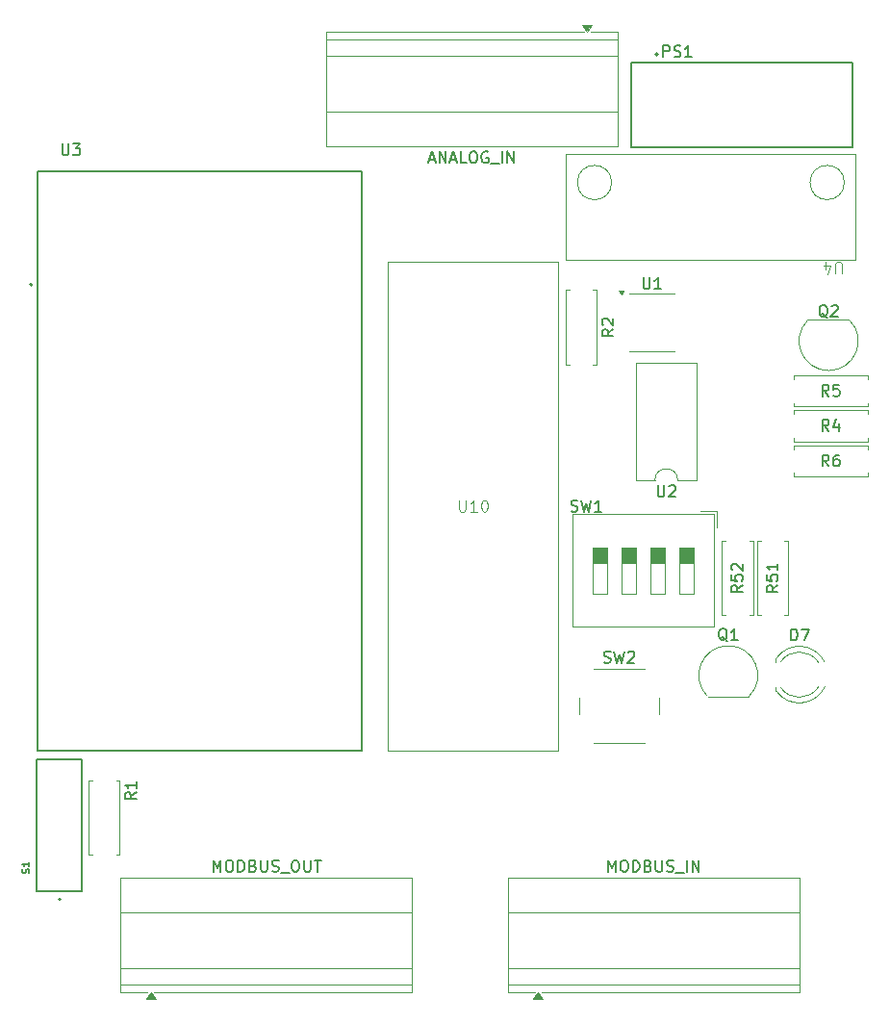
<source format=gbr>
%TF.GenerationSoftware,KiCad,Pcbnew,9.0.3*%
%TF.CreationDate,2026-01-26T07:39:55-05:00*%
%TF.ProjectId,SLAVE_V-C_INSOLATED,534c4156-455f-4562-9d43-5f494e534f4c,rev?*%
%TF.SameCoordinates,Original*%
%TF.FileFunction,Legend,Top*%
%TF.FilePolarity,Positive*%
%FSLAX46Y46*%
G04 Gerber Fmt 4.6, Leading zero omitted, Abs format (unit mm)*
G04 Created by KiCad (PCBNEW 9.0.3) date 2026-01-26 07:39:55*
%MOMM*%
%LPD*%
G01*
G04 APERTURE LIST*
%ADD10C,0.100000*%
%ADD11C,0.150000*%
%ADD12C,0.120000*%
%ADD13C,0.127000*%
%ADD14C,0.200000*%
G04 APERTURE END LIST*
D10*
X136816905Y-91457419D02*
X136816905Y-92266942D01*
X136816905Y-92266942D02*
X136864524Y-92362180D01*
X136864524Y-92362180D02*
X136912143Y-92409800D01*
X136912143Y-92409800D02*
X137007381Y-92457419D01*
X137007381Y-92457419D02*
X137197857Y-92457419D01*
X137197857Y-92457419D02*
X137293095Y-92409800D01*
X137293095Y-92409800D02*
X137340714Y-92362180D01*
X137340714Y-92362180D02*
X137388333Y-92266942D01*
X137388333Y-92266942D02*
X137388333Y-91457419D01*
X138388333Y-92457419D02*
X137816905Y-92457419D01*
X138102619Y-92457419D02*
X138102619Y-91457419D01*
X138102619Y-91457419D02*
X138007381Y-91600276D01*
X138007381Y-91600276D02*
X137912143Y-91695514D01*
X137912143Y-91695514D02*
X137816905Y-91743133D01*
X139007381Y-91457419D02*
X139102619Y-91457419D01*
X139102619Y-91457419D02*
X139197857Y-91505038D01*
X139197857Y-91505038D02*
X139245476Y-91552657D01*
X139245476Y-91552657D02*
X139293095Y-91647895D01*
X139293095Y-91647895D02*
X139340714Y-91838371D01*
X139340714Y-91838371D02*
X139340714Y-92076466D01*
X139340714Y-92076466D02*
X139293095Y-92266942D01*
X139293095Y-92266942D02*
X139245476Y-92362180D01*
X139245476Y-92362180D02*
X139197857Y-92409800D01*
X139197857Y-92409800D02*
X139102619Y-92457419D01*
X139102619Y-92457419D02*
X139007381Y-92457419D01*
X139007381Y-92457419D02*
X138912143Y-92409800D01*
X138912143Y-92409800D02*
X138864524Y-92362180D01*
X138864524Y-92362180D02*
X138816905Y-92266942D01*
X138816905Y-92266942D02*
X138769286Y-92076466D01*
X138769286Y-92076466D02*
X138769286Y-91838371D01*
X138769286Y-91838371D02*
X138816905Y-91647895D01*
X138816905Y-91647895D02*
X138864524Y-91552657D01*
X138864524Y-91552657D02*
X138912143Y-91505038D01*
X138912143Y-91505038D02*
X139007381Y-91457419D01*
D11*
X108404819Y-117166666D02*
X107928628Y-117499999D01*
X108404819Y-117738094D02*
X107404819Y-117738094D01*
X107404819Y-117738094D02*
X107404819Y-117357142D01*
X107404819Y-117357142D02*
X107452438Y-117261904D01*
X107452438Y-117261904D02*
X107500057Y-117214285D01*
X107500057Y-117214285D02*
X107595295Y-117166666D01*
X107595295Y-117166666D02*
X107738152Y-117166666D01*
X107738152Y-117166666D02*
X107833390Y-117214285D01*
X107833390Y-117214285D02*
X107881009Y-117261904D01*
X107881009Y-117261904D02*
X107928628Y-117357142D01*
X107928628Y-117357142D02*
X107928628Y-117738094D01*
X108404819Y-116214285D02*
X108404819Y-116785713D01*
X108404819Y-116499999D02*
X107404819Y-116499999D01*
X107404819Y-116499999D02*
X107547676Y-116595237D01*
X107547676Y-116595237D02*
X107642914Y-116690475D01*
X107642914Y-116690475D02*
X107690533Y-116785713D01*
X149566667Y-105707200D02*
X149709524Y-105754819D01*
X149709524Y-105754819D02*
X149947619Y-105754819D01*
X149947619Y-105754819D02*
X150042857Y-105707200D01*
X150042857Y-105707200D02*
X150090476Y-105659580D01*
X150090476Y-105659580D02*
X150138095Y-105564342D01*
X150138095Y-105564342D02*
X150138095Y-105469104D01*
X150138095Y-105469104D02*
X150090476Y-105373866D01*
X150090476Y-105373866D02*
X150042857Y-105326247D01*
X150042857Y-105326247D02*
X149947619Y-105278628D01*
X149947619Y-105278628D02*
X149757143Y-105231009D01*
X149757143Y-105231009D02*
X149661905Y-105183390D01*
X149661905Y-105183390D02*
X149614286Y-105135771D01*
X149614286Y-105135771D02*
X149566667Y-105040533D01*
X149566667Y-105040533D02*
X149566667Y-104945295D01*
X149566667Y-104945295D02*
X149614286Y-104850057D01*
X149614286Y-104850057D02*
X149661905Y-104802438D01*
X149661905Y-104802438D02*
X149757143Y-104754819D01*
X149757143Y-104754819D02*
X149995238Y-104754819D01*
X149995238Y-104754819D02*
X150138095Y-104802438D01*
X150471429Y-104754819D02*
X150709524Y-105754819D01*
X150709524Y-105754819D02*
X150900000Y-105040533D01*
X150900000Y-105040533D02*
X151090476Y-105754819D01*
X151090476Y-105754819D02*
X151328572Y-104754819D01*
X151661905Y-104850057D02*
X151709524Y-104802438D01*
X151709524Y-104802438D02*
X151804762Y-104754819D01*
X151804762Y-104754819D02*
X152042857Y-104754819D01*
X152042857Y-104754819D02*
X152138095Y-104802438D01*
X152138095Y-104802438D02*
X152185714Y-104850057D01*
X152185714Y-104850057D02*
X152233333Y-104945295D01*
X152233333Y-104945295D02*
X152233333Y-105040533D01*
X152233333Y-105040533D02*
X152185714Y-105183390D01*
X152185714Y-105183390D02*
X151614286Y-105754819D01*
X151614286Y-105754819D02*
X152233333Y-105754819D01*
X150374819Y-76406666D02*
X149898628Y-76739999D01*
X150374819Y-76978094D02*
X149374819Y-76978094D01*
X149374819Y-76978094D02*
X149374819Y-76597142D01*
X149374819Y-76597142D02*
X149422438Y-76501904D01*
X149422438Y-76501904D02*
X149470057Y-76454285D01*
X149470057Y-76454285D02*
X149565295Y-76406666D01*
X149565295Y-76406666D02*
X149708152Y-76406666D01*
X149708152Y-76406666D02*
X149803390Y-76454285D01*
X149803390Y-76454285D02*
X149851009Y-76501904D01*
X149851009Y-76501904D02*
X149898628Y-76597142D01*
X149898628Y-76597142D02*
X149898628Y-76978094D01*
X149470057Y-76025713D02*
X149422438Y-75978094D01*
X149422438Y-75978094D02*
X149374819Y-75882856D01*
X149374819Y-75882856D02*
X149374819Y-75644761D01*
X149374819Y-75644761D02*
X149422438Y-75549523D01*
X149422438Y-75549523D02*
X149470057Y-75501904D01*
X149470057Y-75501904D02*
X149565295Y-75454285D01*
X149565295Y-75454285D02*
X149660533Y-75454285D01*
X149660533Y-75454285D02*
X149803390Y-75501904D01*
X149803390Y-75501904D02*
X150374819Y-76073332D01*
X150374819Y-76073332D02*
X150374819Y-75454285D01*
X169343333Y-85354819D02*
X169010000Y-84878628D01*
X168771905Y-85354819D02*
X168771905Y-84354819D01*
X168771905Y-84354819D02*
X169152857Y-84354819D01*
X169152857Y-84354819D02*
X169248095Y-84402438D01*
X169248095Y-84402438D02*
X169295714Y-84450057D01*
X169295714Y-84450057D02*
X169343333Y-84545295D01*
X169343333Y-84545295D02*
X169343333Y-84688152D01*
X169343333Y-84688152D02*
X169295714Y-84783390D01*
X169295714Y-84783390D02*
X169248095Y-84831009D01*
X169248095Y-84831009D02*
X169152857Y-84878628D01*
X169152857Y-84878628D02*
X168771905Y-84878628D01*
X170200476Y-84688152D02*
X170200476Y-85354819D01*
X169962381Y-84307200D02*
X169724286Y-85021485D01*
X169724286Y-85021485D02*
X170343333Y-85021485D01*
X154785714Y-52454819D02*
X154785714Y-51454819D01*
X154785714Y-51454819D02*
X155166666Y-51454819D01*
X155166666Y-51454819D02*
X155261904Y-51502438D01*
X155261904Y-51502438D02*
X155309523Y-51550057D01*
X155309523Y-51550057D02*
X155357142Y-51645295D01*
X155357142Y-51645295D02*
X155357142Y-51788152D01*
X155357142Y-51788152D02*
X155309523Y-51883390D01*
X155309523Y-51883390D02*
X155261904Y-51931009D01*
X155261904Y-51931009D02*
X155166666Y-51978628D01*
X155166666Y-51978628D02*
X154785714Y-51978628D01*
X155738095Y-52407200D02*
X155880952Y-52454819D01*
X155880952Y-52454819D02*
X156119047Y-52454819D01*
X156119047Y-52454819D02*
X156214285Y-52407200D01*
X156214285Y-52407200D02*
X156261904Y-52359580D01*
X156261904Y-52359580D02*
X156309523Y-52264342D01*
X156309523Y-52264342D02*
X156309523Y-52169104D01*
X156309523Y-52169104D02*
X156261904Y-52073866D01*
X156261904Y-52073866D02*
X156214285Y-52026247D01*
X156214285Y-52026247D02*
X156119047Y-51978628D01*
X156119047Y-51978628D02*
X155928571Y-51931009D01*
X155928571Y-51931009D02*
X155833333Y-51883390D01*
X155833333Y-51883390D02*
X155785714Y-51835771D01*
X155785714Y-51835771D02*
X155738095Y-51740533D01*
X155738095Y-51740533D02*
X155738095Y-51645295D01*
X155738095Y-51645295D02*
X155785714Y-51550057D01*
X155785714Y-51550057D02*
X155833333Y-51502438D01*
X155833333Y-51502438D02*
X155928571Y-51454819D01*
X155928571Y-51454819D02*
X156166666Y-51454819D01*
X156166666Y-51454819D02*
X156309523Y-51502438D01*
X157261904Y-52454819D02*
X156690476Y-52454819D01*
X156976190Y-52454819D02*
X156976190Y-51454819D01*
X156976190Y-51454819D02*
X156880952Y-51597676D01*
X156880952Y-51597676D02*
X156785714Y-51692914D01*
X156785714Y-51692914D02*
X156690476Y-51740533D01*
X169343333Y-88454819D02*
X169010000Y-87978628D01*
X168771905Y-88454819D02*
X168771905Y-87454819D01*
X168771905Y-87454819D02*
X169152857Y-87454819D01*
X169152857Y-87454819D02*
X169248095Y-87502438D01*
X169248095Y-87502438D02*
X169295714Y-87550057D01*
X169295714Y-87550057D02*
X169343333Y-87645295D01*
X169343333Y-87645295D02*
X169343333Y-87788152D01*
X169343333Y-87788152D02*
X169295714Y-87883390D01*
X169295714Y-87883390D02*
X169248095Y-87931009D01*
X169248095Y-87931009D02*
X169152857Y-87978628D01*
X169152857Y-87978628D02*
X168771905Y-87978628D01*
X170200476Y-87454819D02*
X170010000Y-87454819D01*
X170010000Y-87454819D02*
X169914762Y-87502438D01*
X169914762Y-87502438D02*
X169867143Y-87550057D01*
X169867143Y-87550057D02*
X169771905Y-87692914D01*
X169771905Y-87692914D02*
X169724286Y-87883390D01*
X169724286Y-87883390D02*
X169724286Y-88264342D01*
X169724286Y-88264342D02*
X169771905Y-88359580D01*
X169771905Y-88359580D02*
X169819524Y-88407200D01*
X169819524Y-88407200D02*
X169914762Y-88454819D01*
X169914762Y-88454819D02*
X170105238Y-88454819D01*
X170105238Y-88454819D02*
X170200476Y-88407200D01*
X170200476Y-88407200D02*
X170248095Y-88359580D01*
X170248095Y-88359580D02*
X170295714Y-88264342D01*
X170295714Y-88264342D02*
X170295714Y-88026247D01*
X170295714Y-88026247D02*
X170248095Y-87931009D01*
X170248095Y-87931009D02*
X170200476Y-87883390D01*
X170200476Y-87883390D02*
X170105238Y-87835771D01*
X170105238Y-87835771D02*
X169914762Y-87835771D01*
X169914762Y-87835771D02*
X169819524Y-87883390D01*
X169819524Y-87883390D02*
X169771905Y-87931009D01*
X169771905Y-87931009D02*
X169724286Y-88026247D01*
X98961400Y-124253119D02*
X98991876Y-124161690D01*
X98991876Y-124161690D02*
X98991876Y-124009309D01*
X98991876Y-124009309D02*
X98961400Y-123948357D01*
X98961400Y-123948357D02*
X98930923Y-123917881D01*
X98930923Y-123917881D02*
X98869971Y-123887404D01*
X98869971Y-123887404D02*
X98809019Y-123887404D01*
X98809019Y-123887404D02*
X98748066Y-123917881D01*
X98748066Y-123917881D02*
X98717590Y-123948357D01*
X98717590Y-123948357D02*
X98687114Y-124009309D01*
X98687114Y-124009309D02*
X98656638Y-124131214D01*
X98656638Y-124131214D02*
X98626161Y-124192166D01*
X98626161Y-124192166D02*
X98595685Y-124222643D01*
X98595685Y-124222643D02*
X98534733Y-124253119D01*
X98534733Y-124253119D02*
X98473780Y-124253119D01*
X98473780Y-124253119D02*
X98412828Y-124222643D01*
X98412828Y-124222643D02*
X98382352Y-124192166D01*
X98382352Y-124192166D02*
X98351876Y-124131214D01*
X98351876Y-124131214D02*
X98351876Y-123978833D01*
X98351876Y-123978833D02*
X98382352Y-123887404D01*
X98991876Y-123277880D02*
X98991876Y-123643595D01*
X98991876Y-123460738D02*
X98351876Y-123460738D01*
X98351876Y-123460738D02*
X98443304Y-123521690D01*
X98443304Y-123521690D02*
X98504257Y-123582642D01*
X98504257Y-123582642D02*
X98534733Y-123643595D01*
X166011905Y-103794819D02*
X166011905Y-102794819D01*
X166011905Y-102794819D02*
X166250000Y-102794819D01*
X166250000Y-102794819D02*
X166392857Y-102842438D01*
X166392857Y-102842438D02*
X166488095Y-102937676D01*
X166488095Y-102937676D02*
X166535714Y-103032914D01*
X166535714Y-103032914D02*
X166583333Y-103223390D01*
X166583333Y-103223390D02*
X166583333Y-103366247D01*
X166583333Y-103366247D02*
X166535714Y-103556723D01*
X166535714Y-103556723D02*
X166488095Y-103651961D01*
X166488095Y-103651961D02*
X166392857Y-103747200D01*
X166392857Y-103747200D02*
X166250000Y-103794819D01*
X166250000Y-103794819D02*
X166011905Y-103794819D01*
X166916667Y-102794819D02*
X167583333Y-102794819D01*
X167583333Y-102794819D02*
X167154762Y-103794819D01*
X169343333Y-82304819D02*
X169010000Y-81828628D01*
X168771905Y-82304819D02*
X168771905Y-81304819D01*
X168771905Y-81304819D02*
X169152857Y-81304819D01*
X169152857Y-81304819D02*
X169248095Y-81352438D01*
X169248095Y-81352438D02*
X169295714Y-81400057D01*
X169295714Y-81400057D02*
X169343333Y-81495295D01*
X169343333Y-81495295D02*
X169343333Y-81638152D01*
X169343333Y-81638152D02*
X169295714Y-81733390D01*
X169295714Y-81733390D02*
X169248095Y-81781009D01*
X169248095Y-81781009D02*
X169152857Y-81828628D01*
X169152857Y-81828628D02*
X168771905Y-81828628D01*
X170248095Y-81304819D02*
X169771905Y-81304819D01*
X169771905Y-81304819D02*
X169724286Y-81781009D01*
X169724286Y-81781009D02*
X169771905Y-81733390D01*
X169771905Y-81733390D02*
X169867143Y-81685771D01*
X169867143Y-81685771D02*
X170105238Y-81685771D01*
X170105238Y-81685771D02*
X170200476Y-81733390D01*
X170200476Y-81733390D02*
X170248095Y-81781009D01*
X170248095Y-81781009D02*
X170295714Y-81876247D01*
X170295714Y-81876247D02*
X170295714Y-82114342D01*
X170295714Y-82114342D02*
X170248095Y-82209580D01*
X170248095Y-82209580D02*
X170200476Y-82257200D01*
X170200476Y-82257200D02*
X170105238Y-82304819D01*
X170105238Y-82304819D02*
X169867143Y-82304819D01*
X169867143Y-82304819D02*
X169771905Y-82257200D01*
X169771905Y-82257200D02*
X169724286Y-82209580D01*
X164854819Y-98942857D02*
X164378628Y-99276190D01*
X164854819Y-99514285D02*
X163854819Y-99514285D01*
X163854819Y-99514285D02*
X163854819Y-99133333D01*
X163854819Y-99133333D02*
X163902438Y-99038095D01*
X163902438Y-99038095D02*
X163950057Y-98990476D01*
X163950057Y-98990476D02*
X164045295Y-98942857D01*
X164045295Y-98942857D02*
X164188152Y-98942857D01*
X164188152Y-98942857D02*
X164283390Y-98990476D01*
X164283390Y-98990476D02*
X164331009Y-99038095D01*
X164331009Y-99038095D02*
X164378628Y-99133333D01*
X164378628Y-99133333D02*
X164378628Y-99514285D01*
X163854819Y-98038095D02*
X163854819Y-98514285D01*
X163854819Y-98514285D02*
X164331009Y-98561904D01*
X164331009Y-98561904D02*
X164283390Y-98514285D01*
X164283390Y-98514285D02*
X164235771Y-98419047D01*
X164235771Y-98419047D02*
X164235771Y-98180952D01*
X164235771Y-98180952D02*
X164283390Y-98085714D01*
X164283390Y-98085714D02*
X164331009Y-98038095D01*
X164331009Y-98038095D02*
X164426247Y-97990476D01*
X164426247Y-97990476D02*
X164664342Y-97990476D01*
X164664342Y-97990476D02*
X164759580Y-98038095D01*
X164759580Y-98038095D02*
X164807200Y-98085714D01*
X164807200Y-98085714D02*
X164854819Y-98180952D01*
X164854819Y-98180952D02*
X164854819Y-98419047D01*
X164854819Y-98419047D02*
X164807200Y-98514285D01*
X164807200Y-98514285D02*
X164759580Y-98561904D01*
X164854819Y-97038095D02*
X164854819Y-97609523D01*
X164854819Y-97323809D02*
X163854819Y-97323809D01*
X163854819Y-97323809D02*
X163997676Y-97419047D01*
X163997676Y-97419047D02*
X164092914Y-97514285D01*
X164092914Y-97514285D02*
X164140533Y-97609523D01*
X134158095Y-61489104D02*
X134634285Y-61489104D01*
X134062857Y-61774819D02*
X134396190Y-60774819D01*
X134396190Y-60774819D02*
X134729523Y-61774819D01*
X135062857Y-61774819D02*
X135062857Y-60774819D01*
X135062857Y-60774819D02*
X135634285Y-61774819D01*
X135634285Y-61774819D02*
X135634285Y-60774819D01*
X136062857Y-61489104D02*
X136539047Y-61489104D01*
X135967619Y-61774819D02*
X136300952Y-60774819D01*
X136300952Y-60774819D02*
X136634285Y-61774819D01*
X137443809Y-61774819D02*
X136967619Y-61774819D01*
X136967619Y-61774819D02*
X136967619Y-60774819D01*
X137967619Y-60774819D02*
X138158095Y-60774819D01*
X138158095Y-60774819D02*
X138253333Y-60822438D01*
X138253333Y-60822438D02*
X138348571Y-60917676D01*
X138348571Y-60917676D02*
X138396190Y-61108152D01*
X138396190Y-61108152D02*
X138396190Y-61441485D01*
X138396190Y-61441485D02*
X138348571Y-61631961D01*
X138348571Y-61631961D02*
X138253333Y-61727200D01*
X138253333Y-61727200D02*
X138158095Y-61774819D01*
X138158095Y-61774819D02*
X137967619Y-61774819D01*
X137967619Y-61774819D02*
X137872381Y-61727200D01*
X137872381Y-61727200D02*
X137777143Y-61631961D01*
X137777143Y-61631961D02*
X137729524Y-61441485D01*
X137729524Y-61441485D02*
X137729524Y-61108152D01*
X137729524Y-61108152D02*
X137777143Y-60917676D01*
X137777143Y-60917676D02*
X137872381Y-60822438D01*
X137872381Y-60822438D02*
X137967619Y-60774819D01*
X139348571Y-60822438D02*
X139253333Y-60774819D01*
X139253333Y-60774819D02*
X139110476Y-60774819D01*
X139110476Y-60774819D02*
X138967619Y-60822438D01*
X138967619Y-60822438D02*
X138872381Y-60917676D01*
X138872381Y-60917676D02*
X138824762Y-61012914D01*
X138824762Y-61012914D02*
X138777143Y-61203390D01*
X138777143Y-61203390D02*
X138777143Y-61346247D01*
X138777143Y-61346247D02*
X138824762Y-61536723D01*
X138824762Y-61536723D02*
X138872381Y-61631961D01*
X138872381Y-61631961D02*
X138967619Y-61727200D01*
X138967619Y-61727200D02*
X139110476Y-61774819D01*
X139110476Y-61774819D02*
X139205714Y-61774819D01*
X139205714Y-61774819D02*
X139348571Y-61727200D01*
X139348571Y-61727200D02*
X139396190Y-61679580D01*
X139396190Y-61679580D02*
X139396190Y-61346247D01*
X139396190Y-61346247D02*
X139205714Y-61346247D01*
X139586667Y-61870057D02*
X140348571Y-61870057D01*
X140586667Y-61774819D02*
X140586667Y-60774819D01*
X141062857Y-61774819D02*
X141062857Y-60774819D01*
X141062857Y-60774819D02*
X141634285Y-61774819D01*
X141634285Y-61774819D02*
X141634285Y-60774819D01*
X154283095Y-90144819D02*
X154283095Y-90954342D01*
X154283095Y-90954342D02*
X154330714Y-91049580D01*
X154330714Y-91049580D02*
X154378333Y-91097200D01*
X154378333Y-91097200D02*
X154473571Y-91144819D01*
X154473571Y-91144819D02*
X154664047Y-91144819D01*
X154664047Y-91144819D02*
X154759285Y-91097200D01*
X154759285Y-91097200D02*
X154806904Y-91049580D01*
X154806904Y-91049580D02*
X154854523Y-90954342D01*
X154854523Y-90954342D02*
X154854523Y-90144819D01*
X155283095Y-90240057D02*
X155330714Y-90192438D01*
X155330714Y-90192438D02*
X155425952Y-90144819D01*
X155425952Y-90144819D02*
X155664047Y-90144819D01*
X155664047Y-90144819D02*
X155759285Y-90192438D01*
X155759285Y-90192438D02*
X155806904Y-90240057D01*
X155806904Y-90240057D02*
X155854523Y-90335295D01*
X155854523Y-90335295D02*
X155854523Y-90430533D01*
X155854523Y-90430533D02*
X155806904Y-90573390D01*
X155806904Y-90573390D02*
X155235476Y-91144819D01*
X155235476Y-91144819D02*
X155854523Y-91144819D01*
X169234761Y-75400057D02*
X169139523Y-75352438D01*
X169139523Y-75352438D02*
X169044285Y-75257200D01*
X169044285Y-75257200D02*
X168901428Y-75114342D01*
X168901428Y-75114342D02*
X168806190Y-75066723D01*
X168806190Y-75066723D02*
X168710952Y-75066723D01*
X168758571Y-75304819D02*
X168663333Y-75257200D01*
X168663333Y-75257200D02*
X168568095Y-75161961D01*
X168568095Y-75161961D02*
X168520476Y-74971485D01*
X168520476Y-74971485D02*
X168520476Y-74638152D01*
X168520476Y-74638152D02*
X168568095Y-74447676D01*
X168568095Y-74447676D02*
X168663333Y-74352438D01*
X168663333Y-74352438D02*
X168758571Y-74304819D01*
X168758571Y-74304819D02*
X168949047Y-74304819D01*
X168949047Y-74304819D02*
X169044285Y-74352438D01*
X169044285Y-74352438D02*
X169139523Y-74447676D01*
X169139523Y-74447676D02*
X169187142Y-74638152D01*
X169187142Y-74638152D02*
X169187142Y-74971485D01*
X169187142Y-74971485D02*
X169139523Y-75161961D01*
X169139523Y-75161961D02*
X169044285Y-75257200D01*
X169044285Y-75257200D02*
X168949047Y-75304819D01*
X168949047Y-75304819D02*
X168758571Y-75304819D01*
X169568095Y-74400057D02*
X169615714Y-74352438D01*
X169615714Y-74352438D02*
X169710952Y-74304819D01*
X169710952Y-74304819D02*
X169949047Y-74304819D01*
X169949047Y-74304819D02*
X170044285Y-74352438D01*
X170044285Y-74352438D02*
X170091904Y-74400057D01*
X170091904Y-74400057D02*
X170139523Y-74495295D01*
X170139523Y-74495295D02*
X170139523Y-74590533D01*
X170139523Y-74590533D02*
X170091904Y-74733390D01*
X170091904Y-74733390D02*
X169520476Y-75304819D01*
X169520476Y-75304819D02*
X170139523Y-75304819D01*
D10*
X170491904Y-71492580D02*
X170491904Y-70683057D01*
X170491904Y-70683057D02*
X170444285Y-70587819D01*
X170444285Y-70587819D02*
X170396666Y-70540200D01*
X170396666Y-70540200D02*
X170301428Y-70492580D01*
X170301428Y-70492580D02*
X170110952Y-70492580D01*
X170110952Y-70492580D02*
X170015714Y-70540200D01*
X170015714Y-70540200D02*
X169968095Y-70587819D01*
X169968095Y-70587819D02*
X169920476Y-70683057D01*
X169920476Y-70683057D02*
X169920476Y-71492580D01*
X169015714Y-71159247D02*
X169015714Y-70492580D01*
X169253809Y-71540200D02*
X169491904Y-70825914D01*
X169491904Y-70825914D02*
X168872857Y-70825914D01*
D11*
X149920000Y-124134819D02*
X149920000Y-123134819D01*
X149920000Y-123134819D02*
X150253333Y-123849104D01*
X150253333Y-123849104D02*
X150586666Y-123134819D01*
X150586666Y-123134819D02*
X150586666Y-124134819D01*
X151253333Y-123134819D02*
X151443809Y-123134819D01*
X151443809Y-123134819D02*
X151539047Y-123182438D01*
X151539047Y-123182438D02*
X151634285Y-123277676D01*
X151634285Y-123277676D02*
X151681904Y-123468152D01*
X151681904Y-123468152D02*
X151681904Y-123801485D01*
X151681904Y-123801485D02*
X151634285Y-123991961D01*
X151634285Y-123991961D02*
X151539047Y-124087200D01*
X151539047Y-124087200D02*
X151443809Y-124134819D01*
X151443809Y-124134819D02*
X151253333Y-124134819D01*
X151253333Y-124134819D02*
X151158095Y-124087200D01*
X151158095Y-124087200D02*
X151062857Y-123991961D01*
X151062857Y-123991961D02*
X151015238Y-123801485D01*
X151015238Y-123801485D02*
X151015238Y-123468152D01*
X151015238Y-123468152D02*
X151062857Y-123277676D01*
X151062857Y-123277676D02*
X151158095Y-123182438D01*
X151158095Y-123182438D02*
X151253333Y-123134819D01*
X152110476Y-124134819D02*
X152110476Y-123134819D01*
X152110476Y-123134819D02*
X152348571Y-123134819D01*
X152348571Y-123134819D02*
X152491428Y-123182438D01*
X152491428Y-123182438D02*
X152586666Y-123277676D01*
X152586666Y-123277676D02*
X152634285Y-123372914D01*
X152634285Y-123372914D02*
X152681904Y-123563390D01*
X152681904Y-123563390D02*
X152681904Y-123706247D01*
X152681904Y-123706247D02*
X152634285Y-123896723D01*
X152634285Y-123896723D02*
X152586666Y-123991961D01*
X152586666Y-123991961D02*
X152491428Y-124087200D01*
X152491428Y-124087200D02*
X152348571Y-124134819D01*
X152348571Y-124134819D02*
X152110476Y-124134819D01*
X153443809Y-123611009D02*
X153586666Y-123658628D01*
X153586666Y-123658628D02*
X153634285Y-123706247D01*
X153634285Y-123706247D02*
X153681904Y-123801485D01*
X153681904Y-123801485D02*
X153681904Y-123944342D01*
X153681904Y-123944342D02*
X153634285Y-124039580D01*
X153634285Y-124039580D02*
X153586666Y-124087200D01*
X153586666Y-124087200D02*
X153491428Y-124134819D01*
X153491428Y-124134819D02*
X153110476Y-124134819D01*
X153110476Y-124134819D02*
X153110476Y-123134819D01*
X153110476Y-123134819D02*
X153443809Y-123134819D01*
X153443809Y-123134819D02*
X153539047Y-123182438D01*
X153539047Y-123182438D02*
X153586666Y-123230057D01*
X153586666Y-123230057D02*
X153634285Y-123325295D01*
X153634285Y-123325295D02*
X153634285Y-123420533D01*
X153634285Y-123420533D02*
X153586666Y-123515771D01*
X153586666Y-123515771D02*
X153539047Y-123563390D01*
X153539047Y-123563390D02*
X153443809Y-123611009D01*
X153443809Y-123611009D02*
X153110476Y-123611009D01*
X154110476Y-123134819D02*
X154110476Y-123944342D01*
X154110476Y-123944342D02*
X154158095Y-124039580D01*
X154158095Y-124039580D02*
X154205714Y-124087200D01*
X154205714Y-124087200D02*
X154300952Y-124134819D01*
X154300952Y-124134819D02*
X154491428Y-124134819D01*
X154491428Y-124134819D02*
X154586666Y-124087200D01*
X154586666Y-124087200D02*
X154634285Y-124039580D01*
X154634285Y-124039580D02*
X154681904Y-123944342D01*
X154681904Y-123944342D02*
X154681904Y-123134819D01*
X155110476Y-124087200D02*
X155253333Y-124134819D01*
X155253333Y-124134819D02*
X155491428Y-124134819D01*
X155491428Y-124134819D02*
X155586666Y-124087200D01*
X155586666Y-124087200D02*
X155634285Y-124039580D01*
X155634285Y-124039580D02*
X155681904Y-123944342D01*
X155681904Y-123944342D02*
X155681904Y-123849104D01*
X155681904Y-123849104D02*
X155634285Y-123753866D01*
X155634285Y-123753866D02*
X155586666Y-123706247D01*
X155586666Y-123706247D02*
X155491428Y-123658628D01*
X155491428Y-123658628D02*
X155300952Y-123611009D01*
X155300952Y-123611009D02*
X155205714Y-123563390D01*
X155205714Y-123563390D02*
X155158095Y-123515771D01*
X155158095Y-123515771D02*
X155110476Y-123420533D01*
X155110476Y-123420533D02*
X155110476Y-123325295D01*
X155110476Y-123325295D02*
X155158095Y-123230057D01*
X155158095Y-123230057D02*
X155205714Y-123182438D01*
X155205714Y-123182438D02*
X155300952Y-123134819D01*
X155300952Y-123134819D02*
X155539047Y-123134819D01*
X155539047Y-123134819D02*
X155681904Y-123182438D01*
X155872381Y-124230057D02*
X156634285Y-124230057D01*
X156872381Y-124134819D02*
X156872381Y-123134819D01*
X157348571Y-124134819D02*
X157348571Y-123134819D01*
X157348571Y-123134819D02*
X157919999Y-124134819D01*
X157919999Y-124134819D02*
X157919999Y-123134819D01*
X101883095Y-60094819D02*
X101883095Y-60904342D01*
X101883095Y-60904342D02*
X101930714Y-60999580D01*
X101930714Y-60999580D02*
X101978333Y-61047200D01*
X101978333Y-61047200D02*
X102073571Y-61094819D01*
X102073571Y-61094819D02*
X102264047Y-61094819D01*
X102264047Y-61094819D02*
X102359285Y-61047200D01*
X102359285Y-61047200D02*
X102406904Y-60999580D01*
X102406904Y-60999580D02*
X102454523Y-60904342D01*
X102454523Y-60904342D02*
X102454523Y-60094819D01*
X102835476Y-60094819D02*
X103454523Y-60094819D01*
X103454523Y-60094819D02*
X103121190Y-60475771D01*
X103121190Y-60475771D02*
X103264047Y-60475771D01*
X103264047Y-60475771D02*
X103359285Y-60523390D01*
X103359285Y-60523390D02*
X103406904Y-60571009D01*
X103406904Y-60571009D02*
X103454523Y-60666247D01*
X103454523Y-60666247D02*
X103454523Y-60904342D01*
X103454523Y-60904342D02*
X103406904Y-60999580D01*
X103406904Y-60999580D02*
X103359285Y-61047200D01*
X103359285Y-61047200D02*
X103264047Y-61094819D01*
X103264047Y-61094819D02*
X102978333Y-61094819D01*
X102978333Y-61094819D02*
X102883095Y-61047200D01*
X102883095Y-61047200D02*
X102835476Y-60999580D01*
X160404761Y-103850057D02*
X160309523Y-103802438D01*
X160309523Y-103802438D02*
X160214285Y-103707200D01*
X160214285Y-103707200D02*
X160071428Y-103564342D01*
X160071428Y-103564342D02*
X159976190Y-103516723D01*
X159976190Y-103516723D02*
X159880952Y-103516723D01*
X159928571Y-103754819D02*
X159833333Y-103707200D01*
X159833333Y-103707200D02*
X159738095Y-103611961D01*
X159738095Y-103611961D02*
X159690476Y-103421485D01*
X159690476Y-103421485D02*
X159690476Y-103088152D01*
X159690476Y-103088152D02*
X159738095Y-102897676D01*
X159738095Y-102897676D02*
X159833333Y-102802438D01*
X159833333Y-102802438D02*
X159928571Y-102754819D01*
X159928571Y-102754819D02*
X160119047Y-102754819D01*
X160119047Y-102754819D02*
X160214285Y-102802438D01*
X160214285Y-102802438D02*
X160309523Y-102897676D01*
X160309523Y-102897676D02*
X160357142Y-103088152D01*
X160357142Y-103088152D02*
X160357142Y-103421485D01*
X160357142Y-103421485D02*
X160309523Y-103611961D01*
X160309523Y-103611961D02*
X160214285Y-103707200D01*
X160214285Y-103707200D02*
X160119047Y-103754819D01*
X160119047Y-103754819D02*
X159928571Y-103754819D01*
X161309523Y-103754819D02*
X160738095Y-103754819D01*
X161023809Y-103754819D02*
X161023809Y-102754819D01*
X161023809Y-102754819D02*
X160928571Y-102897676D01*
X160928571Y-102897676D02*
X160833333Y-102992914D01*
X160833333Y-102992914D02*
X160738095Y-103040533D01*
X146666667Y-92407200D02*
X146809524Y-92454819D01*
X146809524Y-92454819D02*
X147047619Y-92454819D01*
X147047619Y-92454819D02*
X147142857Y-92407200D01*
X147142857Y-92407200D02*
X147190476Y-92359580D01*
X147190476Y-92359580D02*
X147238095Y-92264342D01*
X147238095Y-92264342D02*
X147238095Y-92169104D01*
X147238095Y-92169104D02*
X147190476Y-92073866D01*
X147190476Y-92073866D02*
X147142857Y-92026247D01*
X147142857Y-92026247D02*
X147047619Y-91978628D01*
X147047619Y-91978628D02*
X146857143Y-91931009D01*
X146857143Y-91931009D02*
X146761905Y-91883390D01*
X146761905Y-91883390D02*
X146714286Y-91835771D01*
X146714286Y-91835771D02*
X146666667Y-91740533D01*
X146666667Y-91740533D02*
X146666667Y-91645295D01*
X146666667Y-91645295D02*
X146714286Y-91550057D01*
X146714286Y-91550057D02*
X146761905Y-91502438D01*
X146761905Y-91502438D02*
X146857143Y-91454819D01*
X146857143Y-91454819D02*
X147095238Y-91454819D01*
X147095238Y-91454819D02*
X147238095Y-91502438D01*
X147571429Y-91454819D02*
X147809524Y-92454819D01*
X147809524Y-92454819D02*
X148000000Y-91740533D01*
X148000000Y-91740533D02*
X148190476Y-92454819D01*
X148190476Y-92454819D02*
X148428572Y-91454819D01*
X149333333Y-92454819D02*
X148761905Y-92454819D01*
X149047619Y-92454819D02*
X149047619Y-91454819D01*
X149047619Y-91454819D02*
X148952381Y-91597676D01*
X148952381Y-91597676D02*
X148857143Y-91692914D01*
X148857143Y-91692914D02*
X148761905Y-91740533D01*
X153013095Y-71859819D02*
X153013095Y-72669342D01*
X153013095Y-72669342D02*
X153060714Y-72764580D01*
X153060714Y-72764580D02*
X153108333Y-72812200D01*
X153108333Y-72812200D02*
X153203571Y-72859819D01*
X153203571Y-72859819D02*
X153394047Y-72859819D01*
X153394047Y-72859819D02*
X153489285Y-72812200D01*
X153489285Y-72812200D02*
X153536904Y-72764580D01*
X153536904Y-72764580D02*
X153584523Y-72669342D01*
X153584523Y-72669342D02*
X153584523Y-71859819D01*
X154584523Y-72859819D02*
X154013095Y-72859819D01*
X154298809Y-72859819D02*
X154298809Y-71859819D01*
X154298809Y-71859819D02*
X154203571Y-72002676D01*
X154203571Y-72002676D02*
X154108333Y-72097914D01*
X154108333Y-72097914D02*
X154013095Y-72145533D01*
X115173333Y-124134819D02*
X115173333Y-123134819D01*
X115173333Y-123134819D02*
X115506666Y-123849104D01*
X115506666Y-123849104D02*
X115839999Y-123134819D01*
X115839999Y-123134819D02*
X115839999Y-124134819D01*
X116506666Y-123134819D02*
X116697142Y-123134819D01*
X116697142Y-123134819D02*
X116792380Y-123182438D01*
X116792380Y-123182438D02*
X116887618Y-123277676D01*
X116887618Y-123277676D02*
X116935237Y-123468152D01*
X116935237Y-123468152D02*
X116935237Y-123801485D01*
X116935237Y-123801485D02*
X116887618Y-123991961D01*
X116887618Y-123991961D02*
X116792380Y-124087200D01*
X116792380Y-124087200D02*
X116697142Y-124134819D01*
X116697142Y-124134819D02*
X116506666Y-124134819D01*
X116506666Y-124134819D02*
X116411428Y-124087200D01*
X116411428Y-124087200D02*
X116316190Y-123991961D01*
X116316190Y-123991961D02*
X116268571Y-123801485D01*
X116268571Y-123801485D02*
X116268571Y-123468152D01*
X116268571Y-123468152D02*
X116316190Y-123277676D01*
X116316190Y-123277676D02*
X116411428Y-123182438D01*
X116411428Y-123182438D02*
X116506666Y-123134819D01*
X117363809Y-124134819D02*
X117363809Y-123134819D01*
X117363809Y-123134819D02*
X117601904Y-123134819D01*
X117601904Y-123134819D02*
X117744761Y-123182438D01*
X117744761Y-123182438D02*
X117839999Y-123277676D01*
X117839999Y-123277676D02*
X117887618Y-123372914D01*
X117887618Y-123372914D02*
X117935237Y-123563390D01*
X117935237Y-123563390D02*
X117935237Y-123706247D01*
X117935237Y-123706247D02*
X117887618Y-123896723D01*
X117887618Y-123896723D02*
X117839999Y-123991961D01*
X117839999Y-123991961D02*
X117744761Y-124087200D01*
X117744761Y-124087200D02*
X117601904Y-124134819D01*
X117601904Y-124134819D02*
X117363809Y-124134819D01*
X118697142Y-123611009D02*
X118839999Y-123658628D01*
X118839999Y-123658628D02*
X118887618Y-123706247D01*
X118887618Y-123706247D02*
X118935237Y-123801485D01*
X118935237Y-123801485D02*
X118935237Y-123944342D01*
X118935237Y-123944342D02*
X118887618Y-124039580D01*
X118887618Y-124039580D02*
X118839999Y-124087200D01*
X118839999Y-124087200D02*
X118744761Y-124134819D01*
X118744761Y-124134819D02*
X118363809Y-124134819D01*
X118363809Y-124134819D02*
X118363809Y-123134819D01*
X118363809Y-123134819D02*
X118697142Y-123134819D01*
X118697142Y-123134819D02*
X118792380Y-123182438D01*
X118792380Y-123182438D02*
X118839999Y-123230057D01*
X118839999Y-123230057D02*
X118887618Y-123325295D01*
X118887618Y-123325295D02*
X118887618Y-123420533D01*
X118887618Y-123420533D02*
X118839999Y-123515771D01*
X118839999Y-123515771D02*
X118792380Y-123563390D01*
X118792380Y-123563390D02*
X118697142Y-123611009D01*
X118697142Y-123611009D02*
X118363809Y-123611009D01*
X119363809Y-123134819D02*
X119363809Y-123944342D01*
X119363809Y-123944342D02*
X119411428Y-124039580D01*
X119411428Y-124039580D02*
X119459047Y-124087200D01*
X119459047Y-124087200D02*
X119554285Y-124134819D01*
X119554285Y-124134819D02*
X119744761Y-124134819D01*
X119744761Y-124134819D02*
X119839999Y-124087200D01*
X119839999Y-124087200D02*
X119887618Y-124039580D01*
X119887618Y-124039580D02*
X119935237Y-123944342D01*
X119935237Y-123944342D02*
X119935237Y-123134819D01*
X120363809Y-124087200D02*
X120506666Y-124134819D01*
X120506666Y-124134819D02*
X120744761Y-124134819D01*
X120744761Y-124134819D02*
X120839999Y-124087200D01*
X120839999Y-124087200D02*
X120887618Y-124039580D01*
X120887618Y-124039580D02*
X120935237Y-123944342D01*
X120935237Y-123944342D02*
X120935237Y-123849104D01*
X120935237Y-123849104D02*
X120887618Y-123753866D01*
X120887618Y-123753866D02*
X120839999Y-123706247D01*
X120839999Y-123706247D02*
X120744761Y-123658628D01*
X120744761Y-123658628D02*
X120554285Y-123611009D01*
X120554285Y-123611009D02*
X120459047Y-123563390D01*
X120459047Y-123563390D02*
X120411428Y-123515771D01*
X120411428Y-123515771D02*
X120363809Y-123420533D01*
X120363809Y-123420533D02*
X120363809Y-123325295D01*
X120363809Y-123325295D02*
X120411428Y-123230057D01*
X120411428Y-123230057D02*
X120459047Y-123182438D01*
X120459047Y-123182438D02*
X120554285Y-123134819D01*
X120554285Y-123134819D02*
X120792380Y-123134819D01*
X120792380Y-123134819D02*
X120935237Y-123182438D01*
X121125714Y-124230057D02*
X121887618Y-124230057D01*
X122316190Y-123134819D02*
X122506666Y-123134819D01*
X122506666Y-123134819D02*
X122601904Y-123182438D01*
X122601904Y-123182438D02*
X122697142Y-123277676D01*
X122697142Y-123277676D02*
X122744761Y-123468152D01*
X122744761Y-123468152D02*
X122744761Y-123801485D01*
X122744761Y-123801485D02*
X122697142Y-123991961D01*
X122697142Y-123991961D02*
X122601904Y-124087200D01*
X122601904Y-124087200D02*
X122506666Y-124134819D01*
X122506666Y-124134819D02*
X122316190Y-124134819D01*
X122316190Y-124134819D02*
X122220952Y-124087200D01*
X122220952Y-124087200D02*
X122125714Y-123991961D01*
X122125714Y-123991961D02*
X122078095Y-123801485D01*
X122078095Y-123801485D02*
X122078095Y-123468152D01*
X122078095Y-123468152D02*
X122125714Y-123277676D01*
X122125714Y-123277676D02*
X122220952Y-123182438D01*
X122220952Y-123182438D02*
X122316190Y-123134819D01*
X123173333Y-123134819D02*
X123173333Y-123944342D01*
X123173333Y-123944342D02*
X123220952Y-124039580D01*
X123220952Y-124039580D02*
X123268571Y-124087200D01*
X123268571Y-124087200D02*
X123363809Y-124134819D01*
X123363809Y-124134819D02*
X123554285Y-124134819D01*
X123554285Y-124134819D02*
X123649523Y-124087200D01*
X123649523Y-124087200D02*
X123697142Y-124039580D01*
X123697142Y-124039580D02*
X123744761Y-123944342D01*
X123744761Y-123944342D02*
X123744761Y-123134819D01*
X124078095Y-123134819D02*
X124649523Y-123134819D01*
X124363809Y-124134819D02*
X124363809Y-123134819D01*
X161754819Y-98942857D02*
X161278628Y-99276190D01*
X161754819Y-99514285D02*
X160754819Y-99514285D01*
X160754819Y-99514285D02*
X160754819Y-99133333D01*
X160754819Y-99133333D02*
X160802438Y-99038095D01*
X160802438Y-99038095D02*
X160850057Y-98990476D01*
X160850057Y-98990476D02*
X160945295Y-98942857D01*
X160945295Y-98942857D02*
X161088152Y-98942857D01*
X161088152Y-98942857D02*
X161183390Y-98990476D01*
X161183390Y-98990476D02*
X161231009Y-99038095D01*
X161231009Y-99038095D02*
X161278628Y-99133333D01*
X161278628Y-99133333D02*
X161278628Y-99514285D01*
X160754819Y-98038095D02*
X160754819Y-98514285D01*
X160754819Y-98514285D02*
X161231009Y-98561904D01*
X161231009Y-98561904D02*
X161183390Y-98514285D01*
X161183390Y-98514285D02*
X161135771Y-98419047D01*
X161135771Y-98419047D02*
X161135771Y-98180952D01*
X161135771Y-98180952D02*
X161183390Y-98085714D01*
X161183390Y-98085714D02*
X161231009Y-98038095D01*
X161231009Y-98038095D02*
X161326247Y-97990476D01*
X161326247Y-97990476D02*
X161564342Y-97990476D01*
X161564342Y-97990476D02*
X161659580Y-98038095D01*
X161659580Y-98038095D02*
X161707200Y-98085714D01*
X161707200Y-98085714D02*
X161754819Y-98180952D01*
X161754819Y-98180952D02*
X161754819Y-98419047D01*
X161754819Y-98419047D02*
X161707200Y-98514285D01*
X161707200Y-98514285D02*
X161659580Y-98561904D01*
X160850057Y-97609523D02*
X160802438Y-97561904D01*
X160802438Y-97561904D02*
X160754819Y-97466666D01*
X160754819Y-97466666D02*
X160754819Y-97228571D01*
X160754819Y-97228571D02*
X160802438Y-97133333D01*
X160802438Y-97133333D02*
X160850057Y-97085714D01*
X160850057Y-97085714D02*
X160945295Y-97038095D01*
X160945295Y-97038095D02*
X161040533Y-97038095D01*
X161040533Y-97038095D02*
X161183390Y-97085714D01*
X161183390Y-97085714D02*
X161754819Y-97657142D01*
X161754819Y-97657142D02*
X161754819Y-97038095D01*
%TO.C,U10*%
D10*
X145555000Y-70500000D02*
X130555000Y-70500000D01*
X130555000Y-113500000D01*
X145555000Y-113500000D01*
X145555000Y-70500000D01*
D12*
%TO.C,R1*%
X104210000Y-116090000D02*
X104210000Y-122630000D01*
X104210000Y-122630000D02*
X104540000Y-122630000D01*
X104540000Y-116090000D02*
X104210000Y-116090000D01*
X106620000Y-116090000D02*
X106950000Y-116090000D01*
X106950000Y-116090000D02*
X106950000Y-122630000D01*
X106950000Y-122630000D02*
X106620000Y-122630000D01*
%TO.C,SW2*%
X147400000Y-108800000D02*
X147400000Y-110300000D01*
X148650000Y-112800000D02*
X153150000Y-112800000D01*
X153150000Y-106300000D02*
X148650000Y-106300000D01*
X154400000Y-110300000D02*
X154400000Y-108800000D01*
%TO.C,R2*%
X146180000Y-72970000D02*
X146180000Y-79510000D01*
X146180000Y-79510000D02*
X146510000Y-79510000D01*
X146510000Y-72970000D02*
X146180000Y-72970000D01*
X148590000Y-72970000D02*
X148920000Y-72970000D01*
X148920000Y-72970000D02*
X148920000Y-79510000D01*
X148920000Y-79510000D02*
X148590000Y-79510000D01*
%TO.C,R4*%
X166240000Y-83530000D02*
X166240000Y-83860000D01*
X166240000Y-86270000D02*
X166240000Y-85940000D01*
X172780000Y-83530000D02*
X166240000Y-83530000D01*
X172780000Y-83860000D02*
X172780000Y-83530000D01*
X172780000Y-85940000D02*
X172780000Y-86270000D01*
X172780000Y-86270000D02*
X166240000Y-86270000D01*
D13*
%TO.C,PS1*%
X151960000Y-52923000D02*
X171460000Y-52923000D01*
X151960000Y-60423000D02*
X151960000Y-52923000D01*
X151960000Y-60423000D02*
X171460000Y-60423000D01*
X171460000Y-60423000D02*
X171460000Y-52923000D01*
D14*
X154296000Y-52228000D02*
G75*
G02*
X154096000Y-52228000I-100000J0D01*
G01*
X154096000Y-52228000D02*
G75*
G02*
X154296000Y-52228000I100000J0D01*
G01*
D12*
%TO.C,R6*%
X166240000Y-86630000D02*
X166240000Y-86960000D01*
X166240000Y-89370000D02*
X166240000Y-89040000D01*
X172780000Y-86630000D02*
X166240000Y-86630000D01*
X172780000Y-86960000D02*
X172780000Y-86630000D01*
X172780000Y-89040000D02*
X172780000Y-89370000D01*
X172780000Y-89370000D02*
X166240000Y-89370000D01*
D13*
%TO.C,S1*%
X99650000Y-114282500D02*
X99650000Y-125882500D01*
X99650000Y-125882500D02*
X103650000Y-125882500D01*
X103650000Y-114282500D02*
X99650000Y-114282500D01*
X103650000Y-125882500D02*
X103650000Y-114282500D01*
D14*
X101750000Y-126582500D02*
G75*
G02*
X101550000Y-126582500I-100000J0D01*
G01*
X101550000Y-126582500D02*
G75*
G02*
X101750000Y-126582500I100000J0D01*
G01*
D12*
%TO.C,D7*%
X164690000Y-105401000D02*
X164690000Y-105720000D01*
X164690000Y-107880000D02*
X164690000Y-108199000D01*
X164690000Y-105401251D02*
G75*
G02*
X168993591Y-105720000I2060000J-1398749D01*
G01*
X165066670Y-105720000D02*
G75*
G02*
X168433330Y-105720000I1683330J-1080000D01*
G01*
X168433330Y-107880000D02*
G75*
G02*
X165066670Y-107880000I-1683330J1080000D01*
G01*
X168993591Y-107880000D02*
G75*
G02*
X164690000Y-108198749I-2243591J1080000D01*
G01*
%TO.C,R5*%
X166240000Y-80480000D02*
X166240000Y-80810000D01*
X166240000Y-83220000D02*
X166240000Y-82890000D01*
X172780000Y-80480000D02*
X166240000Y-80480000D01*
X172780000Y-80810000D02*
X172780000Y-80480000D01*
X172780000Y-82890000D02*
X172780000Y-83220000D01*
X172780000Y-83220000D02*
X166240000Y-83220000D01*
%TO.C,R51*%
X163030000Y-95030000D02*
X163030000Y-101570000D01*
X163030000Y-101570000D02*
X163360000Y-101570000D01*
X163360000Y-95030000D02*
X163030000Y-95030000D01*
X165440000Y-95030000D02*
X165770000Y-95030000D01*
X165770000Y-95030000D02*
X165770000Y-101570000D01*
X165770000Y-101570000D02*
X165440000Y-101570000D01*
%TO.C,ANALOG_IN*%
X125100000Y-50280000D02*
X147780000Y-50280000D01*
X125100000Y-60320000D02*
X125100000Y-50280000D01*
X148380000Y-50280000D02*
X150740000Y-50280000D01*
X150740000Y-50280000D02*
X150740000Y-60320000D01*
X150740000Y-50900000D02*
X125100000Y-50900000D01*
X150740000Y-52400000D02*
X125100000Y-52400000D01*
X150740000Y-57300000D02*
X125100000Y-57300000D01*
X150740000Y-60320000D02*
X125100000Y-60320000D01*
X148080000Y-50280000D02*
X147640000Y-49670000D01*
X148520000Y-49670000D01*
X148080000Y-50280000D01*
G36*
X148080000Y-50280000D02*
G01*
X147640000Y-49670000D01*
X148520000Y-49670000D01*
X148080000Y-50280000D01*
G37*
%TO.C,U2*%
X152395000Y-79410000D02*
X152395000Y-89690000D01*
X152395000Y-89690000D02*
X154045000Y-89690000D01*
X156045000Y-89690000D02*
X157695000Y-89690000D01*
X157695000Y-79410000D02*
X152395000Y-79410000D01*
X157695000Y-89690000D02*
X157695000Y-79410000D01*
X154045000Y-89690000D02*
G75*
G02*
X156045000Y-89690000I1000000J0D01*
G01*
%TO.C,Q2*%
X171130000Y-75600000D02*
X167530000Y-75600000D01*
X169330000Y-80050000D02*
G75*
G02*
X167491522Y-75611522I0J2600000D01*
G01*
X171168478Y-75611522D02*
G75*
G02*
X169330000Y-80050001I-1838478J-1838478D01*
G01*
%TO.C,U4*%
D10*
X171700000Y-70300000D02*
X146200000Y-70300000D01*
X146200000Y-61000000D01*
X171700000Y-61000000D01*
X171700000Y-70300000D01*
X150232481Y-63507481D02*
G75*
G02*
X147217519Y-63507481I-1507481J0D01*
G01*
X147217519Y-63507481D02*
G75*
G02*
X150232481Y-63507481I1507481J0D01*
G01*
X170707481Y-63507481D02*
G75*
G02*
X167692519Y-63507481I-1507481J0D01*
G01*
X167692519Y-63507481D02*
G75*
G02*
X170707481Y-63507481I1507481J0D01*
G01*
D12*
%TO.C,MODBUS_IN*%
X141100000Y-124680000D02*
X166740000Y-124680000D01*
X141100000Y-127700000D02*
X166740000Y-127700000D01*
X141100000Y-132600000D02*
X166740000Y-132600000D01*
X141100000Y-134100000D02*
X166740000Y-134100000D01*
X141100000Y-134720000D02*
X141100000Y-124680000D01*
X143460000Y-134720000D02*
X141100000Y-134720000D01*
X166740000Y-124680000D02*
X166740000Y-134720000D01*
X166740000Y-134720000D02*
X144060000Y-134720000D01*
X144200000Y-135330000D02*
X143320000Y-135330000D01*
X143760000Y-134720000D01*
X144200000Y-135330000D01*
G36*
X144200000Y-135330000D02*
G01*
X143320000Y-135330000D01*
X143760000Y-134720000D01*
X144200000Y-135330000D01*
G37*
D13*
%TO.C,U3*%
X99720000Y-62525000D02*
X110789000Y-62525000D01*
X99720000Y-62525000D02*
X128230000Y-62525000D01*
X99720000Y-113475000D02*
X99720000Y-62525000D01*
X99720000Y-113475000D02*
X99720000Y-62525000D01*
X99720000Y-113475000D02*
X105090000Y-113475000D01*
X105090000Y-113475000D02*
X122780000Y-113475000D01*
X110789000Y-62525000D02*
X117500000Y-62525000D01*
X117500000Y-62525000D02*
X128230000Y-62525000D01*
X122780000Y-113475000D02*
X128230000Y-113475000D01*
X128230000Y-62525000D02*
X128230000Y-113475000D01*
X128230000Y-62525000D02*
X128230000Y-113475000D01*
X128230000Y-113475000D02*
X99720000Y-113475000D01*
D14*
X99250000Y-72485000D02*
G75*
G02*
X99050000Y-72485000I-100000J0D01*
G01*
X99050000Y-72485000D02*
G75*
G02*
X99250000Y-72485000I100000J0D01*
G01*
D12*
%TO.C,Q1*%
X158700000Y-108710000D02*
X162300000Y-108710000D01*
X158661522Y-108698478D02*
G75*
G02*
X160500000Y-104259999I1838478J1838478D01*
G01*
X160500000Y-104260000D02*
G75*
G02*
X162338478Y-108698478I0J-2600000D01*
G01*
%TO.C,SW1*%
X146760000Y-92690000D02*
X146760000Y-102590000D01*
X149815000Y-96963333D02*
X148545000Y-96963333D01*
X152355000Y-96963333D02*
X151085000Y-96963333D01*
X154895000Y-96963333D02*
X153625000Y-96963333D01*
X157435000Y-96963333D02*
X156165000Y-96963333D01*
X159220000Y-92690000D02*
X146760000Y-92690000D01*
X159220000Y-92690000D02*
X159220000Y-102590000D01*
X159220000Y-102590000D02*
X146760000Y-102590000D01*
X159460000Y-92450000D02*
X158077000Y-92450000D01*
X159460000Y-92450000D02*
X159460000Y-93833000D01*
X149815000Y-95610000D02*
X148545000Y-95610000D01*
X148545000Y-96963333D01*
X149815000Y-96963333D01*
X149815000Y-95610000D01*
G36*
X149815000Y-95610000D02*
G01*
X148545000Y-95610000D01*
X148545000Y-96963333D01*
X149815000Y-96963333D01*
X149815000Y-95610000D01*
G37*
X149815000Y-95610000D02*
X148545000Y-95610000D01*
X148545000Y-99670000D01*
X149815000Y-99670000D01*
X149815000Y-95610000D01*
X152355000Y-95610000D02*
X151085000Y-95610000D01*
X151085000Y-96963333D01*
X152355000Y-96963333D01*
X152355000Y-95610000D01*
G36*
X152355000Y-95610000D02*
G01*
X151085000Y-95610000D01*
X151085000Y-96963333D01*
X152355000Y-96963333D01*
X152355000Y-95610000D01*
G37*
X152355000Y-95610000D02*
X151085000Y-95610000D01*
X151085000Y-99670000D01*
X152355000Y-99670000D01*
X152355000Y-95610000D01*
X154895000Y-95610000D02*
X153625000Y-95610000D01*
X153625000Y-96963333D01*
X154895000Y-96963333D01*
X154895000Y-95610000D01*
G36*
X154895000Y-95610000D02*
G01*
X153625000Y-95610000D01*
X153625000Y-96963333D01*
X154895000Y-96963333D01*
X154895000Y-95610000D01*
G37*
X154895000Y-95610000D02*
X153625000Y-95610000D01*
X153625000Y-99670000D01*
X154895000Y-99670000D01*
X154895000Y-95610000D01*
X157435000Y-95610000D02*
X156165000Y-95610000D01*
X156165000Y-96963333D01*
X157435000Y-96963333D01*
X157435000Y-95610000D01*
G36*
X157435000Y-95610000D02*
G01*
X156165000Y-95610000D01*
X156165000Y-96963333D01*
X157435000Y-96963333D01*
X157435000Y-95610000D01*
G37*
X157435000Y-95610000D02*
X156165000Y-95610000D01*
X156165000Y-99670000D01*
X157435000Y-99670000D01*
X157435000Y-95610000D01*
%TO.C,U1*%
X153775000Y-73245000D02*
X151825000Y-73245000D01*
X153775000Y-73245000D02*
X155725000Y-73245000D01*
X153775000Y-78365000D02*
X151825000Y-78365000D01*
X153775000Y-78365000D02*
X155725000Y-78365000D01*
X151075000Y-73340000D02*
X150835000Y-73010000D01*
X151315000Y-73010000D01*
X151075000Y-73340000D01*
G36*
X151075000Y-73340000D02*
G01*
X150835000Y-73010000D01*
X151315000Y-73010000D01*
X151075000Y-73340000D01*
G37*
%TO.C,MODBUS_OUT*%
X107020000Y-124680000D02*
X132660000Y-124680000D01*
X107020000Y-127700000D02*
X132660000Y-127700000D01*
X107020000Y-132600000D02*
X132660000Y-132600000D01*
X107020000Y-134100000D02*
X132660000Y-134100000D01*
X107020000Y-134720000D02*
X107020000Y-124680000D01*
X109380000Y-134720000D02*
X107020000Y-134720000D01*
X132660000Y-124680000D02*
X132660000Y-134720000D01*
X132660000Y-134720000D02*
X109980000Y-134720000D01*
X110120000Y-135330000D02*
X109240000Y-135330000D01*
X109680000Y-134720000D01*
X110120000Y-135330000D01*
G36*
X110120000Y-135330000D02*
G01*
X109240000Y-135330000D01*
X109680000Y-134720000D01*
X110120000Y-135330000D01*
G37*
%TO.C,R52*%
X159930000Y-95030000D02*
X160260000Y-95030000D01*
X159930000Y-101570000D02*
X159930000Y-95030000D01*
X160260000Y-101570000D02*
X159930000Y-101570000D01*
X162340000Y-101570000D02*
X162670000Y-101570000D01*
X162670000Y-95030000D02*
X162340000Y-95030000D01*
X162670000Y-101570000D02*
X162670000Y-95030000D01*
%TD*%
M02*

</source>
